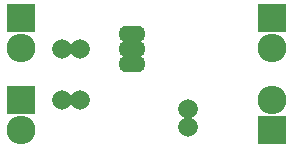
<source format=gbs>
G04 #@! TF.FileFunction,Soldermask,Bot*
%FSLAX46Y46*%
G04 Gerber Fmt 4.6, Leading zero omitted, Abs format (unit mm)*
G04 Created by KiCad (PCBNEW (2016-09-14 revision 83ed3c9)-makepkg) date 09/24/16 16:23:25*
%MOMM*%
%LPD*%
G01*
G04 APERTURE LIST*
%ADD10C,0.100000*%
%ADD11C,1.670000*%
%ADD12R,2.432000X2.432000*%
%ADD13O,2.432000X2.432000*%
%ADD14O,2.300000X1.400000*%
G04 APERTURE END LIST*
D10*
D11*
X107557000Y-74676000D03*
X106057000Y-74676000D03*
X107557000Y-78994000D03*
X106057000Y-78994000D03*
X116713000Y-81268000D03*
X116713000Y-79768000D03*
D12*
X123825000Y-72009000D03*
D13*
X123825000Y-74549000D03*
D12*
X102616000Y-72085200D03*
D13*
X102616000Y-74625200D03*
D12*
X102616000Y-78994000D03*
D13*
X102616000Y-81534000D03*
D12*
X123825000Y-81534000D03*
D13*
X123825000Y-78994000D03*
D14*
X112014000Y-75946000D03*
X112014000Y-74676000D03*
X112014000Y-73406000D03*
M02*

</source>
